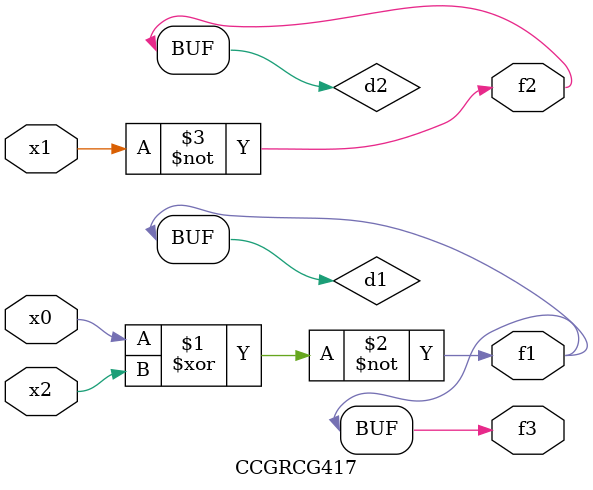
<source format=v>
module CCGRCG417(
	input x0, x1, x2,
	output f1, f2, f3
);

	wire d1, d2, d3;

	xnor (d1, x0, x2);
	nand (d2, x1);
	nor (d3, x1, x2);
	assign f1 = d1;
	assign f2 = d2;
	assign f3 = d1;
endmodule

</source>
